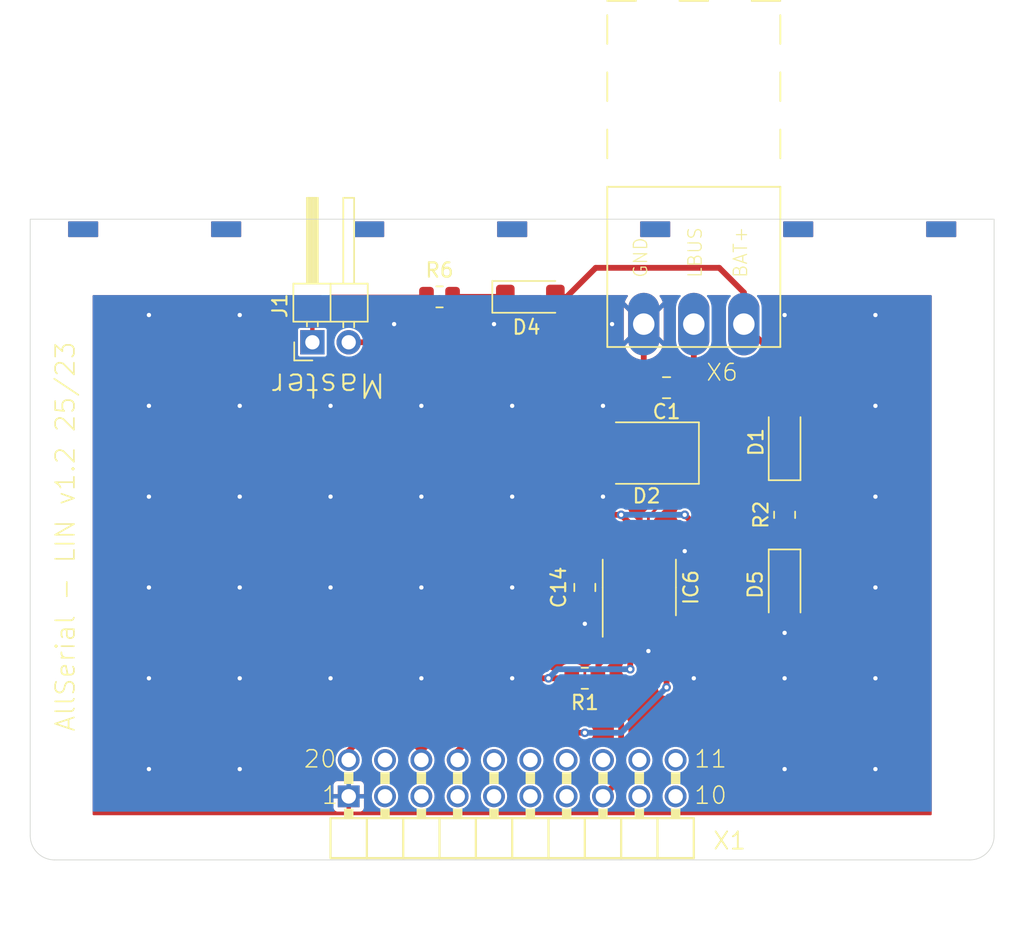
<source format=kicad_pcb>
(kicad_pcb (version 20221018) (generator pcbnew)
  (layers (0 "F.Cu" signal) (31 "B.Cu" signal) (34 "B.Paste" user) (35 "F.Paste" user) (36 "B.SilkS" user "B.Silkscreen") (37 "F.SilkS" user "F.Silkscreen") (38 "B.Mask" user) (39 "F.Mask" user) (44 "Edge.Cuts" user))
  (net 0 "")
  (net 1 "GND")
  (net 2 "+5V")
  (net 4 "Net-(IC6-TXD)")
  (net 5 "Net-(IC6-RXD)")
  (net 18 "Net-(D2-K)")
  (net 19 "Net-(D5-K)")
  (net 20 "Net-(D1-K)")
  (net 21 "VCC")
  (net 22 "Net-(D4-K)")
  (net 23 "Net-(J1-A)")
  (footprint "Diode_SMD:D_MiniMELF" (layer "F.Cu") (at 167.5511 98.1936 90)
    (fp_text reference "D1" (at 0 -2 90) (layer "F.SilkS"))
    (fp_text value "1N4148")
    (fp_line (start -2.66 -1.11) (end -2.66 1.11) (stroke (width 0.12)) (layer "F.SilkS"))
    (fp_line (start -2.66 1.11) (end 1.75 1.11) (stroke (width 0.12)) (layer "F.SilkS"))
    (fp_line (start 1.75 -1.11) (end -2.66 -1.11) (stroke (width 0.12)) (layer "F.SilkS"))
    (pad "1" smd roundrect (at -1.75 0 90) (size 1.3 1.7) (layers "F.Cu" "F.Paste" "F.Mask") (roundrect_rratio 0.1923076923) (net 20 "Net-(D1-K)"))
    (pad "2" smd roundrect (at 1.75 0 90) (size 1.3 1.7) (layers "F.Cu" "F.Paste" "F.Mask") (roundrect_rratio 0.1923076923) (net 21 "VCC"))
  )
  (footprint "Diode_SMD:D_MiniMELF" (layer "F.Cu") (at 167.5511 108.3536 -90)
    (fp_text reference "D5" (at -0.2 2.05 -90) (layer "F.SilkS"))
    (fp_text value "43V")
    (fp_line (start -2.66 -1.11) (end -2.66 1.11) (stroke (width 0.12)) (layer "F.SilkS"))
    (fp_line (start -2.66 1.11) (end 1.75 1.11) (stroke (width 0.12)) (layer "F.SilkS"))
    (fp_line (start 1.75 -1.11) (end -2.66 -1.11) (stroke (width 0.12)) (layer "F.SilkS"))
    (pad "1" smd roundrect (at -1.75 0 270) (size 1.3 1.7) (layers "F.Cu" "F.Paste" "F.Mask") (roundrect_rratio 0.1923076923) (net 19 "Net-(D5-K)"))
    (pad "2" smd roundrect (at 1.75 0 270) (size 1.3 1.7) (layers "F.Cu" "F.Paste" "F.Mask") (roundrect_rratio 0.1923076923) (net 1 "GND"))
  )
  (footprint "Resistor_SMD:R_0805_2012Metric" (layer "F.Cu") (at 153.5811 114.7036 180)
    (fp_text reference "R1" (at 0 -1.7 180) (layer "F.SilkS"))
    (fp_text value "4k7")
    (fp_line (start -0.227064 -0.735) (end 0.227064 -0.735) (stroke (width 0.12)) (layer "F.SilkS"))
    (fp_line (start -0.227064 0.735) (end 0.227064 0.735) (stroke (width 0.12)) (layer "F.SilkS"))
    (pad "1" smd roundrect (at -0.9125 0 180) (size 1.025 1.4) (layers "F.Cu" "F.Paste" "F.Mask") (roundrect_rratio 0.243902) (net 5 "Net-(IC6-RXD)"))
    (pad "2" smd roundrect (at 0.9125 0 180) (size 1.025 1.4) (layers "F.Cu" "F.Paste" "F.Mask") (roundrect_rratio 0.243902) (net 2 "+5V"))
  )
  (footprint "Diode_SMD:D_SMB" (layer "F.Cu") (at 157.8991 98.9556 180)
    (fp_text reference "D2" (at 0 -3) (layer "F.SilkS"))
    (fp_text value "SM6T27A")
    (fp_line (start -3.66 -2.15) (end -3.66 2.15) (stroke (width 0.12)) (layer "F.SilkS"))
    (fp_line (start -3.66 -2.15) (end 2.15 -2.15) (stroke (width 0.12)) (layer "F.SilkS"))
    (fp_line (start -3.66 2.15) (end 2.15 2.15) (stroke (width 0.12)) (layer "F.SilkS"))
    (pad "1" smd roundrect (at -2.15 0 180) (size 2.5 2.3) (layers "F.Cu" "F.Paste" "F.Mask") (roundrect_rratio 0.1086956522) (net 18 "Net-(D2-K)"))
    (pad "2" smd roundrect (at 2.15 0 180) (size 2.5 2.3) (layers "F.Cu" "F.Paste" "F.Mask") (roundrect_rratio 0.1086956522) (net 1 "GND"))
  )
  (footprint "Connector_PinHeader_2.54mm:PinHeader_1x02_P2.54mm_Horizontal" (layer "F.Cu") (at 134.5311 91.2086 90)
    (fp_text reference "J1" (at 2.555 -2.27 90) (layer "F.SilkS"))
    (fp_text value "MA02-1W")
    (fp_line (start -1.27 -1.27) (end 0 -1.27) (stroke (width 0.12)) (layer "F.SilkS"))
    (fp_line (start -1.27 0) (end -1.27 -1.27) (stroke (width 0.12)) (layer "F.SilkS"))
    (fp_line (start 1.042929 2.16) (end 1.44 2.16) (stroke (width 0.12)) (layer "F.SilkS"))
    (fp_line (start 1.042929 2.92) (end 1.44 2.92) (stroke (width 0.12)) (layer "F.SilkS"))
    (fp_line (start 1.11 -0.38) (end 1.44 -0.38) (stroke (width 0.12)) (layer "F.SilkS"))
    (fp_line (start 1.11 0.38) (end 1.44 0.38) (stroke (width 0.12)) (layer "F.SilkS"))
    (fp_line (start 1.44 -1.33) (end 1.44 3.87) (stroke (width 0.12)) (layer "F.SilkS"))
    (fp_line (start 1.44 1.27) (end 4.1 1.27) (stroke (width 0.12)) (layer "F.SilkS"))
    (fp_line (start 1.44 3.87) (end 4.1 3.87) (stroke (width 0.12)) (layer "F.SilkS"))
    (fp_line (start 4.1 -1.33) (end 1.44 -1.33) (stroke (width 0.12)) (layer "F.SilkS"))
    (fp_line (start 4.1 -0.38) (end 10.1 -0.38) (stroke (width 0.12)) (layer "F.SilkS"))
    (fp_line (start 4.1 -0.32) (end 10.1 -0.32) (stroke (width 0.12)) (layer "F.SilkS"))
    (fp_line (start 4.1 -0.2) (end 10.1 -0.2) (stroke (width 0.12)) (layer "F.SilkS"))
    (fp_line (start 4.1 -0.08) (end 10.1 -0.08) (stroke (width 0.12)) (layer "F.SilkS"))
    (fp_line (start 4.1 0.04) (end 10.1 0.04) (stroke (width 0.12)) (layer "F.SilkS"))
    (fp_line (start 4.1 0.16) (end 10.1 0.16) (stroke (width 0.12)) (layer "F.SilkS"))
    (fp_line (start 4.1 0.28) (end 10.1 0.28) (stroke (width 0.12)) (layer "F.SilkS"))
    (fp_line (start 4.1 2.16) (end 10.1 2.16) (stroke (width 0.12)) (layer "F.SilkS"))
    (fp_line (start 4.1 3.87) (end 4.1 -1.33) (stroke (width 0.12)) (layer "F.SilkS"))
    (fp_line (start 10.1 -0.38) (end 10.1 0.38) (stroke (width 0.12)) (layer "F.SilkS"))
    (fp_line (start 10.1 0.38) (end 4.1 0.38) (stroke (width 0.12)) (layer "F.SilkS"))
    (fp_line (start 10.1 2.16) (end 10.1 2.92) (stroke (width 0.12)) (layer "F.SilkS"))
    (fp_line (start 10.1 2.92) (end 4.1 2.92) (stroke (width 0.12)) (layer "F.SilkS"))
    (pad "1" thru_hole rect (at 0 0 90) (size 1.7 1.7) (drill 1) (layers "*.Cu" "*.Mask") (net 23 "Net-(J1-A)"))
    (pad "2" thru_hole oval (at 0 2.54 90) (size 1.7 1.7) (drill 1) (layers "*.Cu" "*.Mask") (net 18 "Net-(D2-K)"))
  )
  (footprint "Package_SO:SOIC-8_3.9x4.9mm_P1.27mm" (layer "F.Cu") (at 157.3911 108.3536 90)
    (fp_text reference "IC6" (at 0 3.61 90) (layer "F.SilkS"))
    (fp_text value "MCP2003")
    (fp_line (start 0 -2.56) (end -3.45 -2.56) (stroke (width 0.12)) (layer "F.SilkS"))
    (fp_line (start 0 -2.56) (end 1.95 -2.56) (stroke (width 0.12)) (layer "F.SilkS"))
    (fp_line (start 0 2.56) (end -1.95 2.56) (stroke (width 0.12)) (layer "F.SilkS"))
    (fp_line (start 0 2.56) (end 1.95 2.56) (stroke (width 0.12)) (layer "F.SilkS"))
    (pad "1" smd roundrect (at -2.475 -1.905 90) (size 1.95 0.6) (layers "F.Cu" "F.Paste" "F.Mask") (net 5 "Net-(IC6-RXD)"))
    (pad "2" smd roundrect (at -2.475 -0.635 90) (size 1.95 0.6) (layers "F.Cu" "F.Paste" "F.Mask") (net 2 "+5V"))
    (pad "3" smd roundrect (at -2.475 0.635 90) (size 1.95 0.6) (layers "F.Cu" "F.Paste" "F.Mask") (net 1 "GND"))
    (pad "4" smd roundrect (at -2.475 1.905 90) (size 1.95 0.6) (layers "F.Cu" "F.Paste" "F.Mask") (net 4 "Net-(IC6-TXD)"))
    (pad "5" smd roundrect (at 2.475 1.905 90) (size 1.95 0.6) (layers "F.Cu" "F.Paste" "F.Mask") (net 1 "GND"))
    (pad "6" smd roundrect (at 2.475 0.635 90) (size 1.95 0.6) (layers "F.Cu" "F.Paste" "F.Mask") (net 18 "Net-(D2-K)"))
    (pad "7" smd roundrect (at 2.475 -0.635 90) (size 1.95 0.6) (layers "F.Cu" "F.Paste" "F.Mask") (net 19 "Net-(D5-K)"))
    (pad "8" smd roundrect (at 2.475 -1.905 90) (size 1.95 0.6) (layers "F.Cu" "F.Paste" "F.Mask"))
  )
  (footprint "AllSerial:Metz_PT11303HBBN_182" (layer "F.Cu") (at 161.2011 89.9386 180)
    (fp_text reference "X6" (at -0.7989 -4.0614 180) (layer "F.SilkS") (effects (font (size 1.1684 1.1684) (thickness 0.1016)) (justify left bottom)))
    (fp_text value "AKL18X-03W")
    (fp_line (start -6.05 -1.6) (end 6.05 -1.6) (stroke (width 0.127)) (layer "F.SilkS"))
    (fp_line (start -6.05 9.6) (end -6.05 -1.6) (stroke (width 0.127)) (layer "F.SilkS"))
    (fp_line (start -6.05 11.6) (end -6.05 13.6) (stroke (width 0.127)) (layer "F.SilkS"))
    (fp_line (start -6.05 15.6) (end -6.05 17.6) (stroke (width 0.127)) (layer "F.SilkS"))
    (fp_line (start -6.05 19.6) (end -6.05 21.6) (stroke (width 0.127)) (layer "F.SilkS"))
    (fp_line (start -6.05 22.6) (end -4.05 22.6) (stroke (width 0.127)) (layer "F.SilkS"))
    (fp_line (start -1 22.6) (end 1 22.6) (stroke (width 0.127)) (layer "F.SilkS"))
    (fp_line (start 6.05 -1.6) (end 6.05 9.6) (stroke (width 0.127)) (layer "F.SilkS"))
    (fp_line (start 6.05 9.6) (end -6.05 9.6) (stroke (width 0.127)) (layer "F.SilkS"))
    (fp_line (start 6.05 11.6) (end 6.05 13.6) (stroke (width 0.127)) (layer "F.SilkS"))
    (fp_line (start 6.05 15.6) (end 6.05 17.6) (stroke (width 0.127)) (layer "F.SilkS"))
    (fp_line (start 6.05 19.6) (end 6.05 21.6) (stroke (width 0.127)) (layer "F.SilkS"))
    (fp_line (start 6.05 22.6) (end 4.05 22.6) (stroke (width 0.127)) (layer "F.SilkS"))
    (pad "1" thru_hole oval (at -3.5 0 270) (size 4.3688 2.1844) (drill 1.5) (layers "*.Cu" "*.Mask") (net 21 "VCC"))
    (pad "2" thru_hole oval (at 0 0 270) (size 4.3688 2.1844) (drill 1.5) (layers "*.Cu" "*.Mask") (net 18 "Net-(D2-K)"))
    (pad "3" thru_hole oval (at 3.5 0 270) (size 4.3688 2.1844) (drill 1.5) (layers "*.Cu" "*.Mask") (net 1 "GND"))
  )
  (footprint "Capacitor_SMD:C_0805_2012Metric" (layer "F.Cu") (at 153.5811 108.3536 -90)
    (fp_text reference "C14" (at 0 1.83 -90) (layer "F.SilkS"))
    (fp_text value "1µ")
    (fp_line (start -0.261252 -0.735) (end 0.261252 -0.735) (stroke (width 0.12)) (layer "F.SilkS"))
    (fp_line (start -0.261252 0.735) (end 0.261252 0.735) (stroke (width 0.12)) (layer "F.SilkS"))
    (pad "1" smd roundrect (at -0.95 0 270) (size 1 1.45) (layers "F.Cu" "F.Paste" "F.Mask") (net 19 "Net-(D5-K)"))
    (pad "2" smd roundrect (at 0.95 0 270) (size 1 1.45) (layers "F.Cu" "F.Paste" "F.Mask") (net 1 "GND"))
  )
  (footprint "Resistor_SMD:R_0805_2012Metric" (layer "F.Cu") (at 143.4211 88.0336 180)
    (fp_text reference "R6" (at 0 1.87) (layer "F.SilkS"))
    (fp_text value "1k")
    (fp_line (start -0.227064 -0.735) (end 0.227064 -0.735) (stroke (width 0.12)) (layer "F.SilkS"))
    (fp_line (start -0.227064 0.735) (end 0.227064 0.735) (stroke (width 0.12)) (layer "F.SilkS"))
    (pad "1" smd roundrect (at -0.9125 0 180) (size 1.025 1.4) (layers "F.Cu" "F.Paste" "F.Mask") (roundrect_rratio 0.243902) (net 22 "Net-(D4-K)"))
    (pad "2" smd roundrect (at 0.9125 0 180) (size 1.025 1.4) (layers "F.Cu" "F.Paste" "F.Mask") (roundrect_rratio 0.243902) (net 23 "Net-(J1-A)"))
  )
  (footprint "Resistor_SMD:R_0805_2012Metric" (layer "F.Cu") (at 167.5511 103.2736 90)
    (fp_text reference "R2" (at 0 -1.65 90) (layer "F.SilkS"))
    (fp_text value "47")
    (fp_line (start -0.227064 -0.735) (end 0.227064 -0.735) (stroke (width 0.12)) (layer "F.SilkS"))
    (fp_line (start -0.227064 0.735) (end 0.227064 0.735) (stroke (width 0.12)) (layer "F.SilkS"))
    (pad "1" smd roundrect (at -0.9125 0 90) (size 1.025 1.4) (layers "F.Cu" "F.Paste" "F.Mask") (roundrect_rratio 0.243902) (net 19 "Net-(D5-K)"))
    (pad "2" smd roundrect (at 0.9125 0 90) (size 1.025 1.4) (layers "F.Cu" "F.Paste" "F.Mask") (roundrect_rratio 0.243902) (net 20 "Net-(D1-K)"))
  )
  (footprint "Capacitor_SMD:C_0805_2012Metric" (layer "F.Cu") (at 159.2961 94.3836 180)
    (fp_text reference "C1" (at 0 -1.68 180) (layer "F.SilkS"))
    (fp_text value "220p")
    (fp_line (start -0.261252 -0.735) (end 0.261252 -0.735) (stroke (width 0.12)) (layer "F.SilkS"))
    (fp_line (start -0.261252 0.735) (end 0.261252 0.735) (stroke (width 0.12)) (layer "F.SilkS"))
    (pad "1" smd roundrect (at -0.95 0 180) (size 1 1.45) (layers "F.Cu" "F.Paste" "F.Mask") (net 18 "Net-(D2-K)"))
    (pad "2" smd roundrect (at 0.95 0 180) (size 1 1.45) (layers "F.Cu" "F.Paste" "F.Mask") (net 1 "GND"))
  )
  (footprint "Diode_SMD:D_MiniMELF" (layer "F.Cu") (at 149.7711 88.0336)
    (fp_text reference "D4" (at -0.27 2.12) (layer "F.SilkS"))
    (fp_text value "1N4148")
    (fp_line (start -2.66 -1.11) (end -2.66 1.11) (stroke (width 0.12)) (layer "F.SilkS"))
    (fp_line (start -2.66 1.11) (end 1.75 1.11) (stroke (width 0.12)) (layer "F.SilkS"))
    (fp_line (start 1.75 -1.11) (end -2.66 -1.11) (stroke (width 0.12)) (layer "F.SilkS"))
    (pad "1" smd roundrect (at -1.75 0) (size 1.3 1.7) (layers "F.Cu" "F.Paste" "F.Mask") (roundrect_rratio 0.1923076923) (net 22 "Net-(D4-K)"))
    (pad "2" smd roundrect (at 1.75 0) (size 1.3 1.7) (layers "F.Cu" "F.Paste" "F.Mask") (roundrect_rratio 0.1923076923) (net 21 "VCC"))
  )
  (footprint "AllSerial:SlaveBoard" (layer "F.Cu") (at 148.5011 127.4036)
    (fp_text reference "X1" (at 13.97 -0.635) (layer "F.SilkS") (effects (font (size 1.2065 1.2065) (thickness 0.127)) (justify left bottom)))
    (fp_text value "ALLSERIALSLAVE" hide)
    (fp_text user "20" (at -14.65 -6.35) (layer "F.SilkS") (effects (font (size 1.2065 1.2065) (thickness 0.1016)) (justify left bottom)))
    (fp_text user "10" (at 12.655 -3.81) (layer "F.SilkS") (effects (font (size 1.2065 1.2065) (thickness 0.1016)) (justify left bottom)))
    (fp_text user "11" (at 12.655 -6.35) (layer "F.SilkS") (effects (font (size 1.2065 1.2065) (thickness 0.1016)) (justify left bottom)))
    (fp_text user "1" (at -13.38 -3.81) (layer "F.SilkS") (effects (font (size 1.2065 1.2065) (thickness 0.1016)) (justify left bottom)))
    (fp_rect (start -31 -44.6) (end -29 -43.6) (stroke (width 0.1)) (fill solid) (layer "F.Cu"))
    (fp_rect (start -21 -44.6) (end -19 -43.6) (stroke (width 0.1)) (fill solid) (layer "F.Cu"))
    (fp_rect (start -11 -44.6) (end -9 -43.6) (stroke (width 0.1)) (fill solid) (layer "F.Cu"))
    (fp_rect (start -1 -44.6) (end 1 -43.6) (stroke (width 0.1)) (fill solid) (layer "F.Cu"))
    (fp_rect (start 9 -44.6) (end 11 -43.6) (stroke (width 0.1)) (fill solid) (layer "F.Cu"))
    (fp_rect (start 19 -44.6) (end 21 -43.6) (stroke (width 0.1)) (fill solid) (layer "F.Cu"))
    (fp_rect (start 29 -44.6) (end 31 -43.6) (stroke (width 0.1)) (fill solid) (layer "F.Cu"))
    (fp_rect (start -31 -44.6) (end -29 -43.6) (stroke (width 0.1)) (fill solid) (layer "B.Cu"))
    (fp_rect (start -21 -44.6) (end -19 -43.6) (stroke (width 0.1)) (fill solid) (layer "B.Cu"))
    (fp_rect (start -11 -44.6) (end -9 -43.6) (stroke (width 0.1)) (fill solid) (layer "B.Cu"))
    (fp_rect (start -1 -44.6) (end 1 -43.6) (stroke (width 0.1)) (fill solid) (layer "B.Cu"))
    (fp_rect (start 9 -44.6) (end 11 -43.6) (stroke (width 0.1)) (fill solid) (layer "B.Cu"))
    (fp_rect (start 19 -44.6) (end 21 -43.6) (stroke (width 0.1)) (fill solid) (layer "B.Cu"))
    (fp_rect (start 29 -44.6) (end 31 -43.6) (stroke (width 0.1)) (fill solid) (layer "B.Cu"))
    (fp_line (start -12.7 -2.921) (end -12.7 -0.127) (stroke (width 0.1524)) (layer "F.SilkS"))
    (fp_line (start -12.7 -2.921) (end -10.16 -2.921) (stroke (width 0.1524)) (layer "F.SilkS"))
    (fp_line (start -10.16 -2.921) (end -10.16 -0.127) (stroke (width 0.1524)) (layer "F.SilkS"))
    (fp_line (start -10.16 -2.921) (end -7.62 -2.921) (stroke (width 0.1524)) (layer "F.SilkS"))
    (fp_line (start -10.16 -0.127) (end -12.7 -0.127) (stroke (width 0.1524)) (layer "F.SilkS"))
    (fp_line (start -7.62 -2.921) (end -7.62 -0.127) (stroke (width 0.1524)) (layer "F.SilkS"))
    (fp_line (start -7.62 -2.921) (end -5.08 -2.921) (stroke (width 0.1524)) (layer "F.SilkS"))
    (fp_line (start -7.62 -0.127) (end -10.16 -0.127) (stroke (width 0.1524)) (layer "F.SilkS"))
    (fp_line (start -5.08 -2.921) (end -5.08 -0.127) (stroke (width 0.1524)) (layer "F.SilkS"))
    (fp_line (start -5.08 -0.127) (end -7.62 -0.127) (stroke (width 0.1524)) (layer "F.SilkS"))
    (fp_line (start -2.54 -2.921) (end -5.08 -2.921) (stroke (width 0.1524)) (layer "F.SilkS"))
    (fp_line (start -2.54 -2.921) (end -2.54 -0.127) (stroke (width 0.1524)) (layer "F.SilkS"))
    (fp_line (start -2.54 -2.921) (end 0 -2.921) (stroke (width 0.1524)) (layer "F.SilkS"))
    (fp_line (start -2.54 -0.127) (end -5.08 -0.127) (stroke (width 0.1524)) (layer "F.SilkS"))
    (fp_line (start 0 -2.921) (end 0 -0.127) (stroke (width 0.1524)) (layer "F.SilkS"))
    (fp_line (start 0 -2.921) (end 2.54 -2.921) (stroke (width 0.1524)) (layer "F.SilkS"))
    (fp_line (start 0 -0.127) (end -2.54 -0.127) (stroke (width 0.1524)) (layer "F.SilkS"))
    (fp_line (start 2.54 -2.921) (end 2.54 -0.127) (stroke (width 0.1524)) (layer "F.SilkS"))
    (fp_line (start 2.54 -2.921) (end 5.08 -2.921) (stroke (width 0.1524)) (layer "F.SilkS"))
    (fp_line (start 2.54 -0.127) (end 0 -0.127) (stroke (width 0.1524)) (layer "F.SilkS"))
    (fp_line (start 5.08 -2.921) (end 5.08 -0.127) (stroke (width 0.1524)) (layer "F.SilkS"))
    (fp_line (start 5.08 -2.921) (end 7.62 -2.921) (stroke (width 0.1524)) (layer "F.SilkS"))
    (fp_line (start 5.08 -0.127) (end 2.54 -0.127) (stroke (width 0.1524)) (layer "F.SilkS"))
    (fp_line (start 7.62 -2.921) (end 7.62 -0.127) (stroke (width 0.1524)) (layer "F.SilkS"))
    (fp_line (start 7.62 -0.127) (end 5.08 -0.127) (stroke (width 0.1524)) (layer "F.SilkS"))
    (fp_line (start 10.16 -2.921) (end 7.62 -2.921) (stroke (width 0.1524)) (layer "F.SilkS"))
    (fp_line (start 10.16 -2.921) (end 10.16 -0.127) (stroke (width 0.1524)) (layer "F.SilkS"))
    (fp_line (start 10.16 -2.921) (end 12.7 -2.921) (stroke (width 0.1524)) (layer "F.SilkS"))
    (fp_line (start 10.16 -0.127) (end 7.62 -0.127) (stroke (width 0.1524)) (layer "F.SilkS"))
    (fp_line (start 12.7 -2.921) (end 12.7 -0.127) (stroke (width 0.1524)) (layer "F.SilkS"))
    (fp_line (start 12.7 -0.127) (end 10.16 -0.127) (stroke (width 0.1524)) (layer "F.SilkS"))
    (fp_poly (pts (xy -11.0998 -6.1214) (xy -11.7602 -6.1214) (xy -11.7602 -5.3086) (xy -11.0998 -5.3086)) (fill solid) (layer "F.SilkS"))
    (fp_poly (pts (xy -11.0998 -3.5814) (xy -11.7602 -3.5814) (xy -11.7602 -2.921) (xy -11.0998 -2.921)) (fill solid) (layer "F.SilkS"))
    (fp_poly (pts (xy -8.5598 -6.1214) (xy -9.2202 -6.1214) (xy -9.2202 -5.3086) (xy -8.5598 -5.3086)) (fill solid) (layer "F.SilkS"))
    (fp_poly (pts (xy -8.5598 -3.5814) (xy -9.2202 -3.5814) (xy -9.2202 -2.921) (xy -8.5598 -2.921)) (fill solid) (layer "F.SilkS"))
    (fp_poly (pts (xy -6.0198 -6.1214) (xy -6.6802 -6.1214) (xy -6.6802 -5.3086) (xy -6.0198 -5.3086)) (fill solid) (layer "F.SilkS"))
    (fp_poly (pts (xy -6.0198 -3.5814) (xy -6.6802 -3.5814) (xy -6.6802 -2.921) (xy -6.0198 -2.921)) (fill solid) (layer "F.SilkS"))
    (fp_poly (pts (xy -3.4798 -6.1214) (xy -4.1402 -6.1214) (xy -4.1402 -5.3086) (xy -3.4798 -5.3086)) (fill solid) (layer "F.SilkS"))
    (fp_poly (pts (xy -3.4798 -3.5814) (xy -4.1402 -3.5814) (xy -4.1402 -2.921) (xy -3.4798 -2.921)) (fill solid) (layer "F.SilkS"))
    (fp_poly (pts (xy -0.9398 -6.1214) (xy -1.6002 -6.1214) (xy -1.6002 -5.3086) (xy -0.9398 -5.3086)) (fill solid) (layer "F.SilkS"))
    (fp_poly (pts (xy -0.9398 -3.5814) (xy -1.6002 -3.5814) (xy -1.6002 -2.921) (xy -0.9398 -2.921)) (fill solid) (layer "F.SilkS"))
    (fp_poly (pts (xy 1.6002 -6.1214) (xy 0.9398 -6.1214) (xy 0.9398 -5.3086) (xy 1.6002 -5.3086)) (fill solid) (layer "F.SilkS"))
    (fp_poly (pts (xy 1.6002 -3.5814) (xy 0.9398 -3.5814) (xy 0.9398 -2.921) (xy 1.6002 -2.921)) (fill solid) (layer "F.SilkS"))
    (fp_poly (pts (xy 4.1402 -6.1214) (xy 3.4798 -6.1214) (xy 3.4798 -5.3086) (xy 4.1402 -5.3086)) (fill solid) (layer "F.SilkS"))
    (fp_poly (pts (xy 4.1402 -3.5814) (xy 3.4798 -3.5814) (xy 3.4798 -2.921) (xy 4.1402 -2.921)) (fill solid) (layer "F.SilkS"))
    (fp_poly (pts (xy 6.6802 -6.1214) (xy 6.0198 -6.1214) (xy 6.0198 -5.3086) (xy 6.6802 -5.3086)) (fill solid) (layer "F.SilkS"))
    (fp_poly (pts (xy 6.6802 -3.5814) (xy 6.0198 -3.5814) (xy 6.0198 -2.921) (xy 6.6802 -2.921)) (fill solid) (layer "F.SilkS"))
    (fp_poly (pts (xy 9.2202 -6.1214) (xy 8.5598 -6.1214) (xy 8.5598 -5.3086) (xy 9.2202 -5.3086)) (fill solid) (layer "F.SilkS"))
    (fp_poly (pts (xy 9.2202 -3.5814) (xy 8.5598 -3.5814) (xy 8.5598 -2.921) (xy 9.2202 -2.921)) (fill solid) (layer "F.SilkS"))
    (fp_poly (pts (xy 11.7602 -6.1214) (xy 11.0998 -6.1214) (xy 11.0998 -5.3086) (xy 11.7602 -5.3086)) (fill solid) (layer "F.SilkS"))
    (fp_poly (pts (xy 11.7602 -3.5814) (xy 11.0998 -3.5814) (xy 11.0998 -2.921) (xy 11.7602 -2.921)) (fill solid) (layer "F.SilkS"))
    (fp_line (start -33.7 -44.8) (end 33.7 -44.8) (stroke (width 0.05)) (layer "Edge.Cuts"))
    (fp_line (start -33.7 -1.7) (end -33.7 -44.8) (stroke (width 0.05)) (layer "Edge.Cuts"))
    (fp_line (start 32 0) (end -32 0) (stroke (width 0.05)) (layer "Edge.Cuts"))
    (fp_line (start 33.7 -44.8) (end 33.7 -1.7) (stroke (width 0.05)) (layer "Edge.Cuts"))
    (fp_arc (start -32 0) (mid -33.202082 -0.497918) (end -33.7 -1.7) (stroke (width 0.05)) (layer "Edge.Cuts"))
    (fp_arc (start 33.7 -1.7) (mid 33.202082 -0.497918) (end 32 0) (stroke (width 0.05)) (layer "Edge.Cuts"))
    (pad "1" thru_hole rect (at -11.43 -4.445 180) (size 1.524 1.524) (drill 1.016) (layers "*.Cu" "*.Mask") (net 1 "GND"))
    (pad "2" thru_hole circle (at -8.89 -4.445 180) (size 1.524 1.524) (drill 1.016) (layers "*.Cu" "*.Mask"))
    (pad "3" thru_hole circle (at -6.35 -4.445 180) (size 1.524 1.524) (drill 1.016) (layers "*.Cu" "*.Mask"))
    (pad "4" thru_hole circle (at -3.81 -4.445 180) (size 1.524 1.524) (drill 1.016) (layers "*.Cu" "*.Mask"))
    (pad "5" thru_hole circle (at -1.27 -4.445 180) (size 1.524 1.524) (drill 1.016) (layers "*.Cu" "*.Mask"))
    (pad "6" thru_hole circle (at 1.27 -4.445 180) (size 1.524 1.524) (drill 1.016) (layers "*.Cu" "*.Mask"))
    (pad "7" thru_hole circle (at 3.81 -4.445 180) (size 1.524 1.524) (drill 1.016) (layers "*.Cu" "*.Mask"))
    (pad "8" thru_hole circle (at 6.35 -4.445 180) (size 1.524 1.524) (drill 1.016) (layers "*.Cu" "*.Mask") (net 5 "Net-(IC6-RXD)"))
    (pad "9" thru_hole circle (at 8.89 -4.445 180) (size 1.524 1.524) (drill 1.016) (layers "*.Cu" "*.Mask"))
    (pad "10" thru_hole circle (at 11.43 -4.445 180) (size 1.524 1.524) (drill 1.016) (layers "*.Cu" "*.Mask"))
    (pad "11" thru_hole circle (at 11.43 -6.985 180) (size 1.524 1.524) (drill 1.016) (layers "*.Cu" "*.Mask"))
    (pad "12" thru_hole circle (at 8.89 -6.985 180) (size 1.524 1.524) (drill 1.016) (layers "*.Cu" "*.Mask"))
    (pad "13" thru_hole circle (at 6.35 -6.985 180) (size 1.524 1.524) (drill 1.016) (layers "*.Cu" "*.Mask"))
    (pad "14" thru_hole circle (at 3.81 -6.985 180) (size 1.524 1.524) (drill 1.016) (layers "*.Cu" "*.Mask"))
    (pad "15" thru_hole circle (at 1.27 -6.985 180) (size 1.524 1.524) (drill 1.016) (layers "*.Cu" "*.Mask"))
    (pad "16" thru_hole circle (at -1.27 -6.985 180) (size 1.524 1.524) (drill 1.016) (layers "*.Cu" "*.Mask"))
    (pad "17" thru_hole circle (at -3.81 -6.985 180) (size 1.524 1.524) (drill 1.016) (layers "*.Cu" "*.Mask") (net 4 "Net-(IC6-TXD)"))
    (pad "18" thru_hole circle (at -6.35 -6.985 180) (size 1.524 1.524) (drill 1.016) (layers "*.Cu" "*.Mask") (net 2 "+5V"))
    (pad "19" thru_hole circle (at -8.89 -6.985 180) (size 1.524 1.524) (drill 1.016) (layers "*.Cu" "*.Mask"))
    (pad "20" thru_hole circle (at -11.43 -6.985 180) (size 1.524 1.524) (drill 1.016) (layers "*.Cu" "*.Mask") (net 2 "+5V"))
  )
  (gr_text "BAT+" (at 165.0111 86.7636 90) (layer "F.SilkS") (effects (font (size 0.93472 0.93472) (thickness 0.08128)) (justify left bottom)))
  (gr_text "GND" (at 158.0261 86.7636 90) (layer "F.SilkS") (effects (font (size 0.93472 0.93472) (thickness 0.08128)) (justify left bottom)))
  (gr_text "LBUS" (at 161.8361 86.7636 90) (layer "F.SilkS") (effects (font (size 0.93472 0.93472) (thickness 0.08128)) (justify left bottom)))
  (gr_text "Master" (at 139.75 93.25 180) (layer "F.SilkS") (effects (font (size 1.63576 1.63576) (thickness 0.14224)) (justify left bottom)))
  (gr_text "AllSerial - LIN v1.2 25/23" (at 118.0211 118.5136 90) (layer "F.SilkS") (effects (font (size 1.308608 1.308608) (thickness 0.113792)) (justify left bottom)))
  (segment (start 158.3461 94.3836) (end 158.3461 93.4336) (width 0.4064) (layer "F.Cu") (net 1))
  (segment (start 157.7011 92.7886) (end 158.3461 93.4336) (width 0.4064) (layer "F.Cu") (net 1))
  (segment (start 158.0261 111.1476) (end 158.0261 112.7986) (width 0.4064) (layer "F.Cu") (net 1))
  (segment (start 159.2961 105.5596) (end 160.3121 105.5596) (width 0.4064) (layer "F.Cu") (net 1))
  (segment (start 153.5811 109.3036) (end 153.5811 110.8936) (width 0.4064) (layer "F.Cu") (net 1))
  (segment (start 157.7011 89.9386) (end 157.7011 92.7886) (width 0.4064) (layer "F.Cu") (net 1))
  (segment (start 160.3121 105.5596) (end 160.5661 105.8136) (width 0.4064) (layer "F.Cu") (net 1))
  (segment (start 167.5511 110.0536) (end 167.5511 111.5286) (width 0.4064) (layer "F.Cu") (net 1))
  (via (at 123.1011 95.6536) (size 0.6048) (drill 0.3) (layers "F.Cu" "B.Cu") (net 1))
  (via (at 148.5011 114.7036) (size 0.6048) (drill 0.3) (layers "F.Cu" "B.Cu") (net 1))
  (via (at 173.9011 114.7036) (size 0.6048) (drill 0.3) (layers "F.Cu" "B.Cu") (net 1))
  (via (at 167.5511 111.5286) (size 0.6048) (drill 0.3) (layers "F.Cu" "B.Cu") (net 1))
  (via (at 129.4511 102.0036) (size 0.6048) (drill 0.3) (layers "F.Cu" "B.Cu") (net 1))
  (via (at 154.8511 102.0036) (size 0.6048) (drill 0.3) (layers "F.Cu" "B.Cu") (net 1))
  (via (at 129.4511 114.7036) (size 0.6048) (drill 0.3) (layers "F.Cu" "B.Cu") (net 1))
  (via (at 123.1011 102.0036) (size 0.6048) (drill 0.3) (layers "F.Cu" "B.Cu") (net 1))
  (via (at 147.2311 89.9386) (size 0.6048) (drill 0.3) (layers "F.Cu" "B.Cu") (net 1))
  (via (at 135.8011 108.3536) (size 0.6048) (drill 0.3) (layers "F.Cu" "B.Cu") (net 1))
  (via (at 142.1511 114.7036) (size 0.6048) (drill 0.3) (layers "F.Cu" "B.Cu") (net 1))
  (via (at 161.2011 114.7036) (size 0.6048) (drill 0.3) (layers "F.Cu" "B.Cu") (net 1))
  (via (at 123.1011 108.3536) (size 0.6048) (drill 0.3) (layers "F.Cu" "B.Cu") (net 1))
  (via (at 142.1511 102.0036) (size 0.6048) (drill 0.3) (layers "F.Cu" "B.Cu") (net 1))
  (via (at 129.4511 89.3036) (size 0.6048) (drill 0.3) (layers "F.Cu" "B.Cu") (net 1))
  (via (at 135.8011 95.6536) (size 0.6048) (drill 0.3) (layers "F.Cu" "B.Cu") (net 1))
  (via (at 148.5011 108.3536) (size 0.6048) (drill 0.3) (layers "F.Cu" "B.Cu") (net 1))
  (via (at 135.8011 114.7036) (size 0.6048) (drill 0.3) (layers "F.Cu" "B.Cu") (net 1))
  (via (at 135.8011 102.0036) (size 0.6048) (drill 0.3) (layers "F.Cu" "B.Cu") (net 1))
  (via (at 123.1011 121.0536) (size 0.6048) (drill 0.3) (layers "F.Cu" "B.Cu") (net 1))
  (via (at 123.1011 114.7036) (size 0.6048) (drill 0.3) (layers "F.Cu" "B.Cu") (net 1))
  (via (at 148.5011 102.0036) (size 0.6048) (drill 0.3) (layers "F.Cu" "B.Cu") (net 1))
  (via (at 148.5011 95.6536) (size 0.6048) (drill 0.3) (layers "F.Cu" "B.Cu") (net 1))
  (via (at 167.5511 89.3036) (size 0.6048) (drill 0.3) (layers "F.Cu" "B.Cu") (net 1))
  (via (at 129.4511 121.0536) (size 0.6048) (drill 0.3) (layers "F.Cu" "B.Cu") (net 1))
  (via (at 154.8511 95.6536) (size 0.6048) (drill 0.3) (layers "F.Cu" "B.Cu") (net 1))
  (via (at 173.9011 89.3036) (size 0.6048) (drill 0.3) (layers "F.Cu" "B.Cu") (net 1))
  (via (at 173.9011 121.0536) (size 0.6048) (drill 0.3) (layers "F.Cu" "B.Cu") (net 1))
  (via (at 167.5511 114.7036) (size 0.6048) (drill 0.3) (layers "F.Cu" "B.Cu") (net 1))
  (via (at 142.1511 108.3536) (size 0.6048) (drill 0.3) (layers "F.Cu" "B.Cu") (net 1))
  (via (at 129.4511 108.3536) (size 0.6048) (drill 0.3) (layers "F.Cu" "B.Cu") (net 1))
  (via (at 158.0261 112.7986) (size 0.6048) (drill 0.3) (layers "F.Cu" "B.Cu") (net 1))
  (via (at 173.9011 108.3536) (size 0.6048) (drill 0.3) (layers "F.Cu" "B.Cu") (net 1))
  (via (at 140.2461 89.9386) (size 0.6048) (drill 0.3) (layers "F.Cu" "B.Cu") (net 1))
  (via (at 160.5661 105.8136) (size 0.6048) (drill 0.3) (layers "F.Cu" "B.Cu") (net 1))
  (via (at 173.9011 95.6536) (size 0.6048) (drill 0.3) (layers "F.Cu" "B.Cu") (net 1))
  (via (at 153.5811 110.8936) (size 0.6048) (drill 0.3) (layers "F.Cu" "B.Cu") (net 1))
  (via (at 155.4861 89.9386) (size 0.6048) (drill 0.3) (layers "F.Cu" "B.Cu") (net 1))
  (via (at 173.9011 102.0036) (size 0.6048) (drill 0.3) (layers "F.Cu" "B.Cu") (net 1))
  (via (at 142.1511 95.6536) (size 0.6048) (drill 0.3) (layers "F.Cu" "B.Cu") (net 1))
  (via (at 167.5511 121.0536) (size 0.6048) (drill 0.3) (layers "F.Cu" "B.Cu") (net 1))
  (via (at 123.1011 89.3036) (size 0.6048) (drill 0.3) (layers "F.Cu" "B.Cu") (net 1))
  (via (at 129.4511 95.6536) (size 0.6048) (drill 0.3) (layers "F.Cu" "B.Cu") (net 1))
  (segment (start 152.6311 114.7036) (end 151.0411 114.7036) (width 0.4064) (layer "F.Cu") (net 2))
  (segment (start 137.0711 120.4186) (end 137.0711 119.7836) (width 0.4064) (layer "F.Cu") (net 2))
  (segment (start 148.5011 115.9736) (end 145.9611 115.9736) (width 0.4064) (layer "F.Cu") (net 2))
  (segment (start 137.0711 119.7836) (end 138.3411 118.5136) (width 0.4064) (layer "F.Cu") (net 2))
  (segment (start 145.9611 115.9736) (end 142.1511 119.7836) (width 0.4064) (layer "F.Cu") (net 2))
  (segment (start 156.7561 111.1476) (end 156.7561 114.0686) (width 0.4064) (layer "F.Cu") (net 2))
  (segment (start 142.1511 119.7836) (end 142.1511 120.4186) (width 0.4064) (layer "F.Cu") (net 2))
  (segment (start 149.7711 114.7036) (end 148.5011 115.9736) (width 0.4064) (layer "F.Cu") (net 2))
  (segment (start 138.3411 118.5136) (end 140.8811 118.5136) (width 0.4064) (layer "F.Cu") (net 2))
  (segment (start 151.0411 114.7036) (end 149.7711 114.7036) (width 0.4064) (layer "F.Cu") (net 2))
  (segment (start 140.8811 118.5136) (end 142.1511 119.7836) (width 0.4064) (layer "F.Cu") (net 2))
  (via (at 151.0411 114.7036) (size 0.6048) (drill 0.3) (layers "F.Cu" "B.Cu") (net 2))
  (via (at 156.7561 114.0686) (size 0.6048) (drill 0.3) (layers "F.Cu" "B.Cu") (net 2))
  (segment (start 156.7561 114.0686) (end 151.6761 114.0686) (width 0.4064) (layer "B.Cu") (net 2))
  (segment (start 151.6761 114.0686) (end 151.0411 114.7036) (width 0.4064) (layer "B.Cu") (net 2))
  (segment (start 159.2961 111.1476) (end 159.2961 115.3386) (width 0.4064) (layer "F.Cu") (net 4))
  (segment (start 144.6911 120.4186) (end 144.6911 119.7836) (width 0.4064) (layer "F.Cu") (net 4))
  (segment (start 144.6911 119.7836) (end 145.9611 118.5136) (width 0.4064) (layer "F.Cu") (net 4))
  (segment (start 145.9611 118.5136) (end 153.5811 118.5136) (width 0.4064) (layer "F.Cu") (net 4))
  (via (at 153.5811 118.5136) (size 0.6048) (drill 0.3) (layers "F.Cu" "B.Cu") (net 4))
  (via (at 159.2961 115.3386) (size 0.6048) (drill 0.3) (layers "F.Cu" "B.Cu") (net 4))
  (segment (start 156.1211 118.5136) (end 159.2961 115.3386) (width 0.4064) (layer "B.Cu") (net 4))
  (segment (start 153.5811 118.5136) (end 156.1211 118.5136) (width 0.4064) (layer "B.Cu") (net 4))
  (segment (start 154.5311 116.2886) (end 156.1211 117.8786) (width 0.4064) (layer "F.Cu") (net 5))
  (segment (start 154.5311 114.7036) (end 154.5311 116.2886) (width 0.4064) (layer "F.Cu") (net 5))
  (segment (start 156.1211 117.8786) (end 156.1211 121.6886) (width 0.4064) (layer "F.Cu") (net 5))
  (segment (start 155.4861 112.7986) (end 154.5311 113.7536) (width 0.4064) (layer "F.Cu") (net 5))
  (segment (start 155.4861 111.1476) (end 155.4861 112.7986) (width 0.4064) (layer "F.Cu") (net 5))
  (segment (start 156.1211 121.6886) (end 154.8511 122.9586) (width 0.4064) (layer "F.Cu") (net 5))
  (segment (start 154.5311 114.7036) (end 154.5311 113.7536) (width 0.4064) (layer "F.Cu") (net 5))
  (segment (start 161.2011 89.9386) (end 161.2011 93.1136) (width 0.4064) (layer "F.Cu") (net 18))
  (segment (start 159.9311 101.4956) (end 159.9311 99.0736) (width 0.2) (layer "F.Cu") (net 18))
  (segment (start 151.9301 91.2086) (end 137.0711 91.2086) (width 0.4) (layer "F.Cu") (net 18))
  (segment (start 160.2461 98.7586) (end 160.0491 98.9556) (width 0.4) (layer "F.Cu") (net 18))
  (segment (start 158.0261 105.8786) (end 158.0261 103.4006) (width 0.2) (layer "F.Cu") (net 18))
  (segment (start 160.2461 94.3836) (end 160.2461 94.0686) (width 0.4064) (layer "F.Cu") (net 18))
  (segment (start 159.9311 99.0736) (end 160.0491 98.9556) (width 0.2) (layer "F.Cu") (net 18))
  (segment (start 160.2461 94.0686) (end 161.2011 93.1136) (width 0.4064) (layer "F.Cu") (net 18))
  (segment (start 160.2461 96.1616) (end 160.2461 94.3836) (width 0.4) (layer "F.Cu") (net 18))
  (segment (start 160.2461 96.1616) (end 160.2461 98.7586) (width 0.4) (layer "F.Cu") (net 18))
  (segment (start 156.8831 96.1616) (end 151.9301 91.2086) (width 0.4) (layer "F.Cu") (net 18))
  (segment (start 160.2461 96.1616) (end 156.8831 96.1616) (width 0.4) (layer "F.Cu") (net 18))
  (segment (start 158.0261 103.4006) (end 159.9311 101.4956) (width 0.2) (layer "F.Cu") (net 18))
  (segment (start 156.1211 103.2736) (end 154.8511 103.2736) (width 0.4064) (layer "F.Cu") (net 19))
  (segment (start 167.5511 106.6536) (end 163.9461 106.6536) (width 0.4064) (layer "F.Cu") (net 19))
  (segment (start 156.7561 103.9086) (end 156.1211 103.2736) (width 0.4064) (layer "F.Cu") (net 19))
  (segment (start 167.5511 104.2236) (end 167.5511 106.6536) (width 0.4064) (layer "F.Cu") (net 19))
  (segment (start 153.5811 107.4036) (end 153.5811 104.5436) (width 0.4064) (layer "F.Cu") (net 19))
  (segment (start 153.5811 104.5436) (end 154.8511 103.2736) (width 0.4064) (layer "F.Cu") (net 19))
  (segment (start 163.9461 106.6536) (end 160.5661 103.2736) (width 0.4064) (layer "F.Cu") (net 19))
  (segment (start 156.7561 105.5596) (end 156.7561 103.9086) (width 0.4064) (layer "F.Cu") (net 19))
  (via (at 160.5661 103.2736) (size 0.6048) (drill 0.3) (layers "F.Cu" "B.Cu") (net 19))
  (via (at 156.1211 103.2736) (size 0.6048) (drill 0.3) (layers "F.Cu" "B.Cu") (net 19))
  (segment (start 160.5661 103.2736) (end 156.1211 103.2736) (width 0.4064) (layer "B.Cu") (net 19))
  (segment (start 167.5511 99.8936) (end 167.5511 102.3236) (width 0.4064) (layer "F.Cu") (net 20))
  (segment (start 167.5511 96.4936) (end 167.5511 92.7886) (width 0.4064) (layer "F.Cu") (net 21))
  (segment (start 152.3111 88.0336) (end 154.3431 86.0016) (width 0.4064) (layer "F.Cu") (net 21))
  (segment (start 164.7011 87.7236) (end 162.9791 86.0016) (width 0.4064) (layer "F.Cu") (net 21))
  (segment (start 167.5511 92.7886) (end 164.7011 89.9386) (width 0.4064) (layer "F.Cu") (net 21))
  (segment (start 151.4711 88.0336) (end 152.3111 88.0336) (width 0.4064) (layer "F.Cu") (net 21))
  (segment (start 164.7011 89.9386) (end 164.7011 87.7236) (width 0.4064) (layer "F.Cu") (net 21))
  (segment (start 162.9791 86.0016) (end 154.3431 86.0016) (width 0.4064) (layer "F.Cu") (net 21))
  (segment (start 144.3711 88.0336) (end 148.0711 88.0336) (width 0.4064) (layer "F.Cu") (net 22))
  (segment (start 134.5311 89.3036) (end 134.5311 91.2086) (width 0.3048) (layer "F.Cu") (net 23))
  (segment (start 142.4711 88.0336) (end 135.8011 88.0336) (width 0.3048) (layer "F.Cu") (net 23))
  (segment (start 135.8011 88.0336) (end 134.5311 89.3036) (width 0.3048) (layer "F.Cu") (net 23))
  (zone (net 1) (net_name "GND") (layer "F.Cu") (priority 6) (connect_pads (clearance 0.3048)) (min_thickness 0.127) (fill yes (thermal_gap 0.304) (thermal_bridge_width 0.304))
    (polygon (pts (xy 177.8381 124.2806) (xy 119.1641 124.2806) (xy 119.1641 87.9066) (xy 177.8381 87.9066)))
  )
  (zone (net 1) (net_name "GND") (layer "B.Cu") (priority 6) (connect_pads (clearance 0.000001)) (min_thickness 0.127) (fill yes (thermal_gap 0.304) (thermal_bridge_width 0.304))
    (polygon (pts (xy 177.8381 124.0306) (xy 119.1641 124.0306) (xy 119.1641 87.9066) (xy 177.8381 87.9066)))
  )
)
</source>
